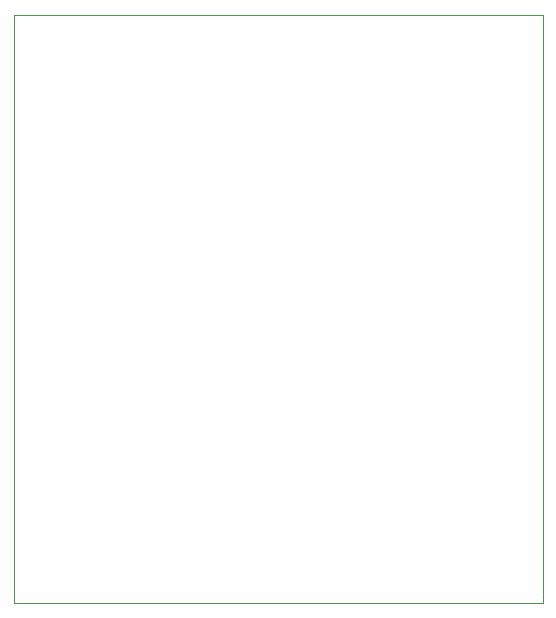
<source format=gbr>
%TF.GenerationSoftware,KiCad,Pcbnew,5.99.0-unknown-2b86b34124~125~ubuntu18.04.1*%
%TF.CreationDate,2021-04-08T16:17:32+02:00*%
%TF.ProjectId,controlAVR155,636f6e74-726f-46c4-9156-523135352e6b,rev?*%
%TF.SameCoordinates,Original*%
%TF.FileFunction,Profile,NP*%
%FSLAX46Y46*%
G04 Gerber Fmt 4.6, Leading zero omitted, Abs format (unit mm)*
G04 Created by KiCad (PCBNEW 5.99.0-unknown-2b86b34124~125~ubuntu18.04.1) date 2021-04-08 16:17:32*
%MOMM*%
%LPD*%
G01*
G04 APERTURE LIST*
%TA.AperFunction,Profile*%
%ADD10C,0.050000*%
%TD*%
G04 APERTURE END LIST*
D10*
X149800000Y-119500000D02*
X149800000Y-69700000D01*
X114300000Y-69700000D02*
X105000000Y-69700000D01*
X149700000Y-119500000D02*
X149800000Y-119500000D01*
X149800000Y-69700000D02*
X143000000Y-69700000D01*
X143000000Y-69700000D02*
X114300000Y-69700000D01*
X105000000Y-119500000D02*
X149700000Y-119500000D01*
X105000000Y-69700000D02*
X105000000Y-119500000D01*
M02*

</source>
